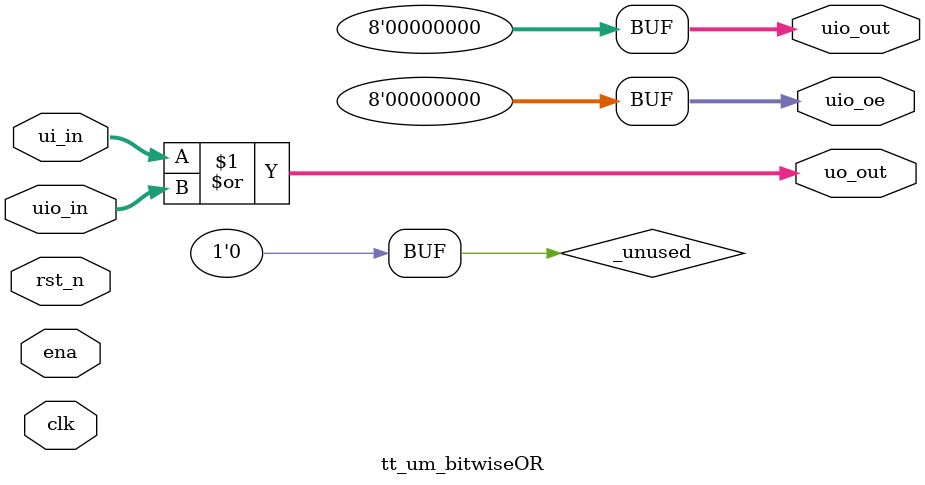
<source format=v>
/*
 * Copyright (c) 2024 Your Name
 * SPDX-License-Identifier: Apache-2.0
 */

`default_nettype none

module tt_um_bitwiseOR (
    input  wire [7:0] ui_in,    // Dedicated inputs
    output wire [7:0] uo_out,   // Dedicated outputs
    input  wire [7:0] uio_in,   // IOs: Input path
    output wire [7:0] uio_out,  // IOs: Output path
    output wire [7:0] uio_oe,   // IOs: Enable path (active high: 0=input, 1=output)
    input  wire       ena,      // always 1 when the design is powered, so you can ignore it
    input  wire       clk,      // clock
    input  wire       rst_n     // reset_n - low to reset
);

  // All output pins must be assigned. If not used, assign to 0.
  assign uo_out  = ui_in | uio_in;  // Sets the output to the bitwise ORing of both inputs
  assign uio_out = 0;
  assign uio_oe  = 0;

  // List all unused inputs to prevent warnings
  wire _unused = &{ena, clk, rst_n, 1'b0};

endmodule

</source>
